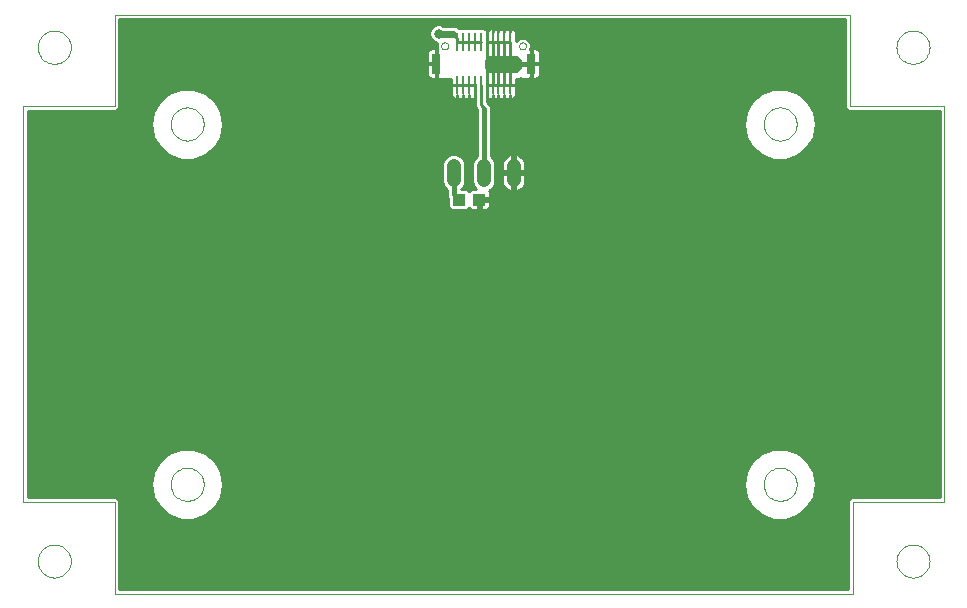
<source format=gbl>
G75*
G70*
%OFA0B0*%
%FSLAX24Y24*%
%IPPOS*%
%LPD*%
%AMOC8*
5,1,8,0,0,1.08239X$1,22.5*
%
%ADD10C,0.0000*%
%ADD11R,0.0433X0.0394*%
%ADD12C,0.0480*%
%ADD13R,0.0098X0.0630*%
%ADD14R,0.0315X0.0709*%
%ADD15C,0.0100*%
%ADD16C,0.0317*%
%ADD17C,0.0160*%
%ADD18C,0.0240*%
D10*
X000780Y001331D02*
X000782Y001378D01*
X000788Y001424D01*
X000798Y001470D01*
X000811Y001515D01*
X000829Y001558D01*
X000850Y001600D01*
X000874Y001640D01*
X000902Y001677D01*
X000933Y001712D01*
X000967Y001745D01*
X001003Y001774D01*
X001042Y001800D01*
X001083Y001823D01*
X001126Y001842D01*
X001170Y001858D01*
X001215Y001870D01*
X001261Y001878D01*
X001308Y001882D01*
X001354Y001882D01*
X001401Y001878D01*
X001447Y001870D01*
X001492Y001858D01*
X001536Y001842D01*
X001579Y001823D01*
X001620Y001800D01*
X001659Y001774D01*
X001695Y001745D01*
X001729Y001712D01*
X001760Y001677D01*
X001788Y001640D01*
X001812Y001600D01*
X001833Y001558D01*
X001851Y001515D01*
X001864Y001470D01*
X001874Y001424D01*
X001880Y001378D01*
X001882Y001331D01*
X001880Y001284D01*
X001874Y001238D01*
X001864Y001192D01*
X001851Y001147D01*
X001833Y001104D01*
X001812Y001062D01*
X001788Y001022D01*
X001760Y000985D01*
X001729Y000950D01*
X001695Y000917D01*
X001659Y000888D01*
X001620Y000862D01*
X001579Y000839D01*
X001536Y000820D01*
X001492Y000804D01*
X001447Y000792D01*
X001401Y000784D01*
X001354Y000780D01*
X001308Y000780D01*
X001261Y000784D01*
X001215Y000792D01*
X001170Y000804D01*
X001126Y000820D01*
X001083Y000839D01*
X001042Y000862D01*
X001003Y000888D01*
X000967Y000917D01*
X000933Y000950D01*
X000902Y000985D01*
X000874Y001022D01*
X000850Y001062D01*
X000829Y001104D01*
X000811Y001147D01*
X000798Y001192D01*
X000788Y001238D01*
X000782Y001284D01*
X000780Y001331D01*
X003339Y000248D02*
X003339Y003300D01*
X000288Y003300D01*
X000288Y016489D01*
X003339Y016489D01*
X003339Y019540D01*
X027847Y019540D01*
X027847Y016489D01*
X030996Y016489D01*
X030996Y003300D01*
X027945Y003300D01*
X027945Y000248D01*
X003339Y000248D01*
X005209Y003890D02*
X005211Y003937D01*
X005217Y003983D01*
X005227Y004029D01*
X005240Y004074D01*
X005258Y004117D01*
X005279Y004159D01*
X005303Y004199D01*
X005331Y004236D01*
X005362Y004271D01*
X005396Y004304D01*
X005432Y004333D01*
X005471Y004359D01*
X005512Y004382D01*
X005555Y004401D01*
X005599Y004417D01*
X005644Y004429D01*
X005690Y004437D01*
X005737Y004441D01*
X005783Y004441D01*
X005830Y004437D01*
X005876Y004429D01*
X005921Y004417D01*
X005965Y004401D01*
X006008Y004382D01*
X006049Y004359D01*
X006088Y004333D01*
X006124Y004304D01*
X006158Y004271D01*
X006189Y004236D01*
X006217Y004199D01*
X006241Y004159D01*
X006262Y004117D01*
X006280Y004074D01*
X006293Y004029D01*
X006303Y003983D01*
X006309Y003937D01*
X006311Y003890D01*
X006309Y003843D01*
X006303Y003797D01*
X006293Y003751D01*
X006280Y003706D01*
X006262Y003663D01*
X006241Y003621D01*
X006217Y003581D01*
X006189Y003544D01*
X006158Y003509D01*
X006124Y003476D01*
X006088Y003447D01*
X006049Y003421D01*
X006008Y003398D01*
X005965Y003379D01*
X005921Y003363D01*
X005876Y003351D01*
X005830Y003343D01*
X005783Y003339D01*
X005737Y003339D01*
X005690Y003343D01*
X005644Y003351D01*
X005599Y003363D01*
X005555Y003379D01*
X005512Y003398D01*
X005471Y003421D01*
X005432Y003447D01*
X005396Y003476D01*
X005362Y003509D01*
X005331Y003544D01*
X005303Y003581D01*
X005279Y003621D01*
X005258Y003663D01*
X005240Y003706D01*
X005227Y003751D01*
X005217Y003797D01*
X005211Y003843D01*
X005209Y003890D01*
X005209Y015898D02*
X005211Y015945D01*
X005217Y015991D01*
X005227Y016037D01*
X005240Y016082D01*
X005258Y016125D01*
X005279Y016167D01*
X005303Y016207D01*
X005331Y016244D01*
X005362Y016279D01*
X005396Y016312D01*
X005432Y016341D01*
X005471Y016367D01*
X005512Y016390D01*
X005555Y016409D01*
X005599Y016425D01*
X005644Y016437D01*
X005690Y016445D01*
X005737Y016449D01*
X005783Y016449D01*
X005830Y016445D01*
X005876Y016437D01*
X005921Y016425D01*
X005965Y016409D01*
X006008Y016390D01*
X006049Y016367D01*
X006088Y016341D01*
X006124Y016312D01*
X006158Y016279D01*
X006189Y016244D01*
X006217Y016207D01*
X006241Y016167D01*
X006262Y016125D01*
X006280Y016082D01*
X006293Y016037D01*
X006303Y015991D01*
X006309Y015945D01*
X006311Y015898D01*
X006309Y015851D01*
X006303Y015805D01*
X006293Y015759D01*
X006280Y015714D01*
X006262Y015671D01*
X006241Y015629D01*
X006217Y015589D01*
X006189Y015552D01*
X006158Y015517D01*
X006124Y015484D01*
X006088Y015455D01*
X006049Y015429D01*
X006008Y015406D01*
X005965Y015387D01*
X005921Y015371D01*
X005876Y015359D01*
X005830Y015351D01*
X005783Y015347D01*
X005737Y015347D01*
X005690Y015351D01*
X005644Y015359D01*
X005599Y015371D01*
X005555Y015387D01*
X005512Y015406D01*
X005471Y015429D01*
X005432Y015455D01*
X005396Y015484D01*
X005362Y015517D01*
X005331Y015552D01*
X005303Y015589D01*
X005279Y015629D01*
X005258Y015671D01*
X005240Y015714D01*
X005227Y015759D01*
X005217Y015805D01*
X005211Y015851D01*
X005209Y015898D01*
X000780Y018457D02*
X000782Y018504D01*
X000788Y018550D01*
X000798Y018596D01*
X000811Y018641D01*
X000829Y018684D01*
X000850Y018726D01*
X000874Y018766D01*
X000902Y018803D01*
X000933Y018838D01*
X000967Y018871D01*
X001003Y018900D01*
X001042Y018926D01*
X001083Y018949D01*
X001126Y018968D01*
X001170Y018984D01*
X001215Y018996D01*
X001261Y019004D01*
X001308Y019008D01*
X001354Y019008D01*
X001401Y019004D01*
X001447Y018996D01*
X001492Y018984D01*
X001536Y018968D01*
X001579Y018949D01*
X001620Y018926D01*
X001659Y018900D01*
X001695Y018871D01*
X001729Y018838D01*
X001760Y018803D01*
X001788Y018766D01*
X001812Y018726D01*
X001833Y018684D01*
X001851Y018641D01*
X001864Y018596D01*
X001874Y018550D01*
X001880Y018504D01*
X001882Y018457D01*
X001880Y018410D01*
X001874Y018364D01*
X001864Y018318D01*
X001851Y018273D01*
X001833Y018230D01*
X001812Y018188D01*
X001788Y018148D01*
X001760Y018111D01*
X001729Y018076D01*
X001695Y018043D01*
X001659Y018014D01*
X001620Y017988D01*
X001579Y017965D01*
X001536Y017946D01*
X001492Y017930D01*
X001447Y017918D01*
X001401Y017910D01*
X001354Y017906D01*
X001308Y017906D01*
X001261Y017910D01*
X001215Y017918D01*
X001170Y017930D01*
X001126Y017946D01*
X001083Y017965D01*
X001042Y017988D01*
X001003Y018014D01*
X000967Y018043D01*
X000933Y018076D01*
X000902Y018111D01*
X000874Y018148D01*
X000850Y018188D01*
X000829Y018230D01*
X000811Y018273D01*
X000798Y018318D01*
X000788Y018364D01*
X000782Y018410D01*
X000780Y018457D01*
X014225Y018502D02*
X014227Y018523D01*
X014233Y018543D01*
X014242Y018563D01*
X014254Y018580D01*
X014269Y018594D01*
X014287Y018606D01*
X014307Y018614D01*
X014327Y018619D01*
X014348Y018620D01*
X014369Y018617D01*
X014389Y018611D01*
X014408Y018600D01*
X014425Y018587D01*
X014438Y018571D01*
X014449Y018553D01*
X014457Y018533D01*
X014461Y018513D01*
X014461Y018491D01*
X014457Y018471D01*
X014449Y018451D01*
X014438Y018433D01*
X014425Y018417D01*
X014408Y018404D01*
X014389Y018393D01*
X014369Y018387D01*
X014348Y018384D01*
X014327Y018385D01*
X014307Y018390D01*
X014287Y018398D01*
X014269Y018410D01*
X014254Y018424D01*
X014242Y018441D01*
X014233Y018461D01*
X014227Y018481D01*
X014225Y018502D01*
X016823Y018502D02*
X016825Y018523D01*
X016831Y018543D01*
X016840Y018563D01*
X016852Y018580D01*
X016867Y018594D01*
X016885Y018606D01*
X016905Y018614D01*
X016925Y018619D01*
X016946Y018620D01*
X016967Y018617D01*
X016987Y018611D01*
X017006Y018600D01*
X017023Y018587D01*
X017036Y018571D01*
X017047Y018553D01*
X017055Y018533D01*
X017059Y018513D01*
X017059Y018491D01*
X017055Y018471D01*
X017047Y018451D01*
X017036Y018433D01*
X017023Y018417D01*
X017006Y018404D01*
X016987Y018393D01*
X016967Y018387D01*
X016946Y018384D01*
X016925Y018385D01*
X016905Y018390D01*
X016885Y018398D01*
X016867Y018410D01*
X016852Y018424D01*
X016840Y018441D01*
X016831Y018461D01*
X016825Y018481D01*
X016823Y018502D01*
X024973Y015898D02*
X024975Y015945D01*
X024981Y015991D01*
X024991Y016037D01*
X025004Y016082D01*
X025022Y016125D01*
X025043Y016167D01*
X025067Y016207D01*
X025095Y016244D01*
X025126Y016279D01*
X025160Y016312D01*
X025196Y016341D01*
X025235Y016367D01*
X025276Y016390D01*
X025319Y016409D01*
X025363Y016425D01*
X025408Y016437D01*
X025454Y016445D01*
X025501Y016449D01*
X025547Y016449D01*
X025594Y016445D01*
X025640Y016437D01*
X025685Y016425D01*
X025729Y016409D01*
X025772Y016390D01*
X025813Y016367D01*
X025852Y016341D01*
X025888Y016312D01*
X025922Y016279D01*
X025953Y016244D01*
X025981Y016207D01*
X026005Y016167D01*
X026026Y016125D01*
X026044Y016082D01*
X026057Y016037D01*
X026067Y015991D01*
X026073Y015945D01*
X026075Y015898D01*
X026073Y015851D01*
X026067Y015805D01*
X026057Y015759D01*
X026044Y015714D01*
X026026Y015671D01*
X026005Y015629D01*
X025981Y015589D01*
X025953Y015552D01*
X025922Y015517D01*
X025888Y015484D01*
X025852Y015455D01*
X025813Y015429D01*
X025772Y015406D01*
X025729Y015387D01*
X025685Y015371D01*
X025640Y015359D01*
X025594Y015351D01*
X025547Y015347D01*
X025501Y015347D01*
X025454Y015351D01*
X025408Y015359D01*
X025363Y015371D01*
X025319Y015387D01*
X025276Y015406D01*
X025235Y015429D01*
X025196Y015455D01*
X025160Y015484D01*
X025126Y015517D01*
X025095Y015552D01*
X025067Y015589D01*
X025043Y015629D01*
X025022Y015671D01*
X025004Y015714D01*
X024991Y015759D01*
X024981Y015805D01*
X024975Y015851D01*
X024973Y015898D01*
X029402Y018457D02*
X029404Y018504D01*
X029410Y018550D01*
X029420Y018596D01*
X029433Y018641D01*
X029451Y018684D01*
X029472Y018726D01*
X029496Y018766D01*
X029524Y018803D01*
X029555Y018838D01*
X029589Y018871D01*
X029625Y018900D01*
X029664Y018926D01*
X029705Y018949D01*
X029748Y018968D01*
X029792Y018984D01*
X029837Y018996D01*
X029883Y019004D01*
X029930Y019008D01*
X029976Y019008D01*
X030023Y019004D01*
X030069Y018996D01*
X030114Y018984D01*
X030158Y018968D01*
X030201Y018949D01*
X030242Y018926D01*
X030281Y018900D01*
X030317Y018871D01*
X030351Y018838D01*
X030382Y018803D01*
X030410Y018766D01*
X030434Y018726D01*
X030455Y018684D01*
X030473Y018641D01*
X030486Y018596D01*
X030496Y018550D01*
X030502Y018504D01*
X030504Y018457D01*
X030502Y018410D01*
X030496Y018364D01*
X030486Y018318D01*
X030473Y018273D01*
X030455Y018230D01*
X030434Y018188D01*
X030410Y018148D01*
X030382Y018111D01*
X030351Y018076D01*
X030317Y018043D01*
X030281Y018014D01*
X030242Y017988D01*
X030201Y017965D01*
X030158Y017946D01*
X030114Y017930D01*
X030069Y017918D01*
X030023Y017910D01*
X029976Y017906D01*
X029930Y017906D01*
X029883Y017910D01*
X029837Y017918D01*
X029792Y017930D01*
X029748Y017946D01*
X029705Y017965D01*
X029664Y017988D01*
X029625Y018014D01*
X029589Y018043D01*
X029555Y018076D01*
X029524Y018111D01*
X029496Y018148D01*
X029472Y018188D01*
X029451Y018230D01*
X029433Y018273D01*
X029420Y018318D01*
X029410Y018364D01*
X029404Y018410D01*
X029402Y018457D01*
X024973Y003890D02*
X024975Y003937D01*
X024981Y003983D01*
X024991Y004029D01*
X025004Y004074D01*
X025022Y004117D01*
X025043Y004159D01*
X025067Y004199D01*
X025095Y004236D01*
X025126Y004271D01*
X025160Y004304D01*
X025196Y004333D01*
X025235Y004359D01*
X025276Y004382D01*
X025319Y004401D01*
X025363Y004417D01*
X025408Y004429D01*
X025454Y004437D01*
X025501Y004441D01*
X025547Y004441D01*
X025594Y004437D01*
X025640Y004429D01*
X025685Y004417D01*
X025729Y004401D01*
X025772Y004382D01*
X025813Y004359D01*
X025852Y004333D01*
X025888Y004304D01*
X025922Y004271D01*
X025953Y004236D01*
X025981Y004199D01*
X026005Y004159D01*
X026026Y004117D01*
X026044Y004074D01*
X026057Y004029D01*
X026067Y003983D01*
X026073Y003937D01*
X026075Y003890D01*
X026073Y003843D01*
X026067Y003797D01*
X026057Y003751D01*
X026044Y003706D01*
X026026Y003663D01*
X026005Y003621D01*
X025981Y003581D01*
X025953Y003544D01*
X025922Y003509D01*
X025888Y003476D01*
X025852Y003447D01*
X025813Y003421D01*
X025772Y003398D01*
X025729Y003379D01*
X025685Y003363D01*
X025640Y003351D01*
X025594Y003343D01*
X025547Y003339D01*
X025501Y003339D01*
X025454Y003343D01*
X025408Y003351D01*
X025363Y003363D01*
X025319Y003379D01*
X025276Y003398D01*
X025235Y003421D01*
X025196Y003447D01*
X025160Y003476D01*
X025126Y003509D01*
X025095Y003544D01*
X025067Y003581D01*
X025043Y003621D01*
X025022Y003663D01*
X025004Y003706D01*
X024991Y003751D01*
X024981Y003797D01*
X024975Y003843D01*
X024973Y003890D01*
X029402Y001331D02*
X029404Y001378D01*
X029410Y001424D01*
X029420Y001470D01*
X029433Y001515D01*
X029451Y001558D01*
X029472Y001600D01*
X029496Y001640D01*
X029524Y001677D01*
X029555Y001712D01*
X029589Y001745D01*
X029625Y001774D01*
X029664Y001800D01*
X029705Y001823D01*
X029748Y001842D01*
X029792Y001858D01*
X029837Y001870D01*
X029883Y001878D01*
X029930Y001882D01*
X029976Y001882D01*
X030023Y001878D01*
X030069Y001870D01*
X030114Y001858D01*
X030158Y001842D01*
X030201Y001823D01*
X030242Y001800D01*
X030281Y001774D01*
X030317Y001745D01*
X030351Y001712D01*
X030382Y001677D01*
X030410Y001640D01*
X030434Y001600D01*
X030455Y001558D01*
X030473Y001515D01*
X030486Y001470D01*
X030496Y001424D01*
X030502Y001378D01*
X030504Y001331D01*
X030502Y001284D01*
X030496Y001238D01*
X030486Y001192D01*
X030473Y001147D01*
X030455Y001104D01*
X030434Y001062D01*
X030410Y001022D01*
X030382Y000985D01*
X030351Y000950D01*
X030317Y000917D01*
X030281Y000888D01*
X030242Y000862D01*
X030201Y000839D01*
X030158Y000820D01*
X030114Y000804D01*
X030069Y000792D01*
X030023Y000784D01*
X029976Y000780D01*
X029930Y000780D01*
X029883Y000784D01*
X029837Y000792D01*
X029792Y000804D01*
X029748Y000820D01*
X029705Y000839D01*
X029664Y000862D01*
X029625Y000888D01*
X029589Y000917D01*
X029555Y000950D01*
X029524Y000985D01*
X029496Y001022D01*
X029472Y001062D01*
X029451Y001104D01*
X029433Y001147D01*
X029420Y001192D01*
X029410Y001238D01*
X029404Y001284D01*
X029402Y001331D01*
D11*
X015493Y013382D03*
X014823Y013382D03*
D12*
X014642Y014029D02*
X014642Y014509D01*
X015642Y014509D02*
X015642Y014029D01*
X016642Y014029D02*
X016642Y014509D01*
D13*
X016528Y017203D03*
X016331Y017203D03*
X016134Y017203D03*
X015937Y017203D03*
X015741Y017203D03*
X015544Y017203D03*
X015347Y017203D03*
X015150Y017203D03*
X014953Y017203D03*
X014756Y017203D03*
X014756Y018620D03*
X014953Y018620D03*
X015150Y018620D03*
X015347Y018620D03*
X015544Y018620D03*
X015741Y018620D03*
X015937Y018620D03*
X016134Y018620D03*
X016331Y018620D03*
X016528Y018620D03*
D14*
X017217Y017912D03*
X014067Y017912D03*
D15*
X014075Y017941D02*
X014039Y017941D01*
X014039Y018416D01*
X013890Y018416D01*
X013852Y018406D01*
X013818Y018386D01*
X013790Y018358D01*
X013770Y018324D01*
X013760Y018286D01*
X013760Y017941D01*
X014039Y017941D01*
X014039Y017883D01*
X014075Y017883D01*
X014075Y017495D01*
X014096Y017474D01*
X014096Y017407D01*
X014238Y017407D01*
X014557Y017407D01*
X014557Y017203D01*
X014557Y016868D01*
X014567Y016830D01*
X014587Y016796D01*
X014615Y016768D01*
X014649Y016748D01*
X014687Y016738D01*
X014756Y016738D01*
X014756Y016860D01*
X014756Y016860D01*
X014756Y016738D01*
X014825Y016738D01*
X014855Y016746D01*
X014884Y016738D01*
X014953Y016738D01*
X014953Y016860D01*
X014953Y016860D01*
X014953Y016860D01*
X014953Y016738D01*
X015022Y016738D01*
X015052Y016746D01*
X015081Y016738D01*
X015150Y016738D01*
X015219Y016738D01*
X015248Y016746D01*
X015278Y016738D01*
X015344Y016738D01*
X015344Y016451D01*
X015412Y016383D01*
X015412Y014831D01*
X015311Y014730D01*
X015252Y014587D01*
X015252Y013952D01*
X015311Y013808D01*
X015391Y013729D01*
X015256Y013729D01*
X015218Y013719D01*
X015184Y013699D01*
X015158Y013673D01*
X015102Y013729D01*
X014894Y013729D01*
X014973Y013808D01*
X015032Y013952D01*
X015032Y014587D01*
X014973Y014730D01*
X014863Y014840D01*
X014720Y014899D01*
X014565Y014899D01*
X014421Y014840D01*
X014311Y014730D01*
X014252Y014587D01*
X014252Y013952D01*
X014311Y013808D01*
X014412Y013708D01*
X014412Y013653D01*
X014411Y013652D01*
X014412Y013558D01*
X014412Y013464D01*
X014413Y013463D01*
X014413Y013462D01*
X014457Y013419D01*
X014457Y013123D01*
X014545Y013035D01*
X015102Y013035D01*
X015158Y013091D01*
X015184Y013065D01*
X015218Y013046D01*
X015256Y013035D01*
X015444Y013035D01*
X015444Y013334D01*
X015541Y013334D01*
X015541Y013431D01*
X015859Y013431D01*
X015859Y013599D01*
X015849Y013637D01*
X015829Y013671D01*
X015820Y013681D01*
X015863Y013698D01*
X015973Y013808D01*
X016032Y013952D01*
X016032Y014587D01*
X015973Y014730D01*
X015872Y014831D01*
X015872Y016508D01*
X015744Y016636D01*
X015744Y016738D01*
X015810Y016738D01*
X015839Y016746D01*
X015868Y016738D01*
X015937Y016738D01*
X015937Y016860D01*
X015937Y016860D01*
X015937Y016860D01*
X015937Y016738D01*
X016006Y016738D01*
X016036Y016746D01*
X016065Y016738D01*
X016134Y016738D01*
X016134Y016860D01*
X016134Y016860D01*
X016134Y016860D01*
X016134Y016738D01*
X016203Y016738D01*
X016233Y016746D01*
X016262Y016738D01*
X016331Y016738D01*
X016331Y016860D01*
X016331Y016860D01*
X016331Y016860D01*
X016331Y016738D01*
X016400Y016738D01*
X016430Y016746D01*
X016459Y016738D01*
X016528Y016738D01*
X016597Y016738D01*
X016635Y016748D01*
X016669Y016768D01*
X016697Y016796D01*
X016717Y016830D01*
X016727Y016868D01*
X016727Y017203D01*
X016528Y017203D01*
X016528Y017203D01*
X016331Y017203D01*
X016134Y017203D01*
X015937Y017203D01*
X015744Y017203D01*
X015744Y017203D01*
X015937Y017203D01*
X015937Y017203D01*
X015937Y017203D01*
X015940Y017203D01*
X016134Y017203D01*
X016134Y017203D01*
X016134Y017203D01*
X016137Y017203D01*
X016329Y017203D01*
X016331Y017203D01*
X016331Y017203D01*
X016331Y017203D01*
X016528Y017203D01*
X016528Y017203D01*
X016727Y017203D01*
X016727Y017407D01*
X017188Y017407D01*
X017188Y017474D01*
X017209Y017495D01*
X017209Y017883D01*
X017246Y017883D01*
X017246Y017941D01*
X017209Y017941D01*
X017209Y018328D01*
X017188Y018350D01*
X017188Y018398D01*
X017209Y018449D01*
X017209Y018556D01*
X017169Y018654D01*
X017093Y018730D01*
X016995Y018770D01*
X016888Y018770D01*
X016789Y018730D01*
X016727Y018667D01*
X016727Y018955D01*
X016717Y018993D01*
X016697Y019028D01*
X016669Y019055D01*
X016635Y019075D01*
X016597Y019085D01*
X016528Y019085D01*
X016528Y018964D01*
X016528Y018964D01*
X016528Y019085D01*
X016459Y019085D01*
X016430Y019078D01*
X016400Y019085D01*
X016331Y019085D01*
X016262Y019085D01*
X016233Y019078D01*
X016203Y019085D01*
X016134Y019085D01*
X016065Y019085D01*
X016036Y019078D01*
X016006Y019085D01*
X015937Y019085D01*
X015868Y019085D01*
X015839Y019078D01*
X015810Y019085D01*
X015741Y019085D01*
X015741Y019000D01*
X015741Y019000D01*
X015741Y019085D01*
X015672Y019085D01*
X015659Y019082D01*
X015655Y019085D01*
X014833Y019085D01*
X014777Y019141D01*
X014678Y019182D01*
X014296Y019182D01*
X014203Y019220D01*
X014081Y019220D01*
X013967Y019173D01*
X013881Y019087D01*
X013834Y018973D01*
X013834Y018850D01*
X013881Y018737D01*
X013967Y018650D01*
X014081Y018603D01*
X014095Y018603D01*
X014075Y018556D01*
X014075Y018449D01*
X014096Y018398D01*
X014096Y018350D01*
X014075Y018328D01*
X014075Y017941D01*
X014075Y017971D02*
X014039Y017971D01*
X014039Y017883D02*
X013760Y017883D01*
X013760Y017538D01*
X013770Y017500D01*
X013790Y017465D01*
X013818Y017437D01*
X013852Y017418D01*
X013890Y017407D01*
X014039Y017407D01*
X014039Y017883D01*
X014039Y017873D02*
X014075Y017873D01*
X014075Y017774D02*
X014039Y017774D01*
X014039Y017676D02*
X014075Y017676D01*
X014075Y017577D02*
X014039Y017577D01*
X014039Y017479D02*
X014092Y017479D01*
X013782Y017479D02*
X003489Y017479D01*
X003489Y017577D02*
X013760Y017577D01*
X013760Y017676D02*
X003489Y017676D01*
X003489Y017774D02*
X013760Y017774D01*
X013760Y017873D02*
X003489Y017873D01*
X003489Y017971D02*
X013760Y017971D01*
X013760Y018070D02*
X003489Y018070D01*
X003489Y018168D02*
X013760Y018168D01*
X013760Y018267D02*
X003489Y018267D01*
X003489Y018365D02*
X013797Y018365D01*
X014039Y018365D02*
X014096Y018365D01*
X014075Y018267D02*
X014039Y018267D01*
X014039Y018168D02*
X014075Y018168D01*
X014075Y018070D02*
X014039Y018070D01*
X014075Y018464D02*
X003489Y018464D01*
X003489Y018562D02*
X014077Y018562D01*
X013957Y018661D02*
X003489Y018661D01*
X003489Y018759D02*
X013872Y018759D01*
X013834Y018858D02*
X003489Y018858D01*
X003489Y018956D02*
X013834Y018956D01*
X013867Y019055D02*
X003489Y019055D01*
X003489Y019153D02*
X013947Y019153D01*
X014624Y018912D02*
X014756Y018780D01*
X014756Y018620D01*
X014756Y018619D02*
X015544Y018619D01*
X015744Y018620D02*
X015935Y018620D01*
X015937Y018620D01*
X015744Y018620D01*
X015744Y018620D01*
X015937Y018620D02*
X015937Y018620D01*
X016132Y018620D01*
X016134Y018620D01*
X016134Y018620D01*
X015937Y018620D01*
X015937Y018620D01*
X015937Y018619D02*
X015937Y017241D01*
X016134Y017241D02*
X016134Y018619D01*
X016134Y018620D02*
X016329Y018620D01*
X016331Y018620D01*
X016331Y018620D01*
X016528Y018620D01*
X016528Y018620D01*
X016331Y018620D01*
X016331Y018620D01*
X016134Y018620D01*
X016134Y018620D01*
X016331Y018619D02*
X016331Y017241D01*
X016528Y017241D02*
X016528Y018619D01*
X016727Y018759D02*
X016861Y018759D01*
X017022Y018759D02*
X027697Y018759D01*
X027697Y018661D02*
X017162Y018661D01*
X017207Y018562D02*
X027697Y018562D01*
X027697Y018464D02*
X017209Y018464D01*
X017246Y018416D02*
X017246Y017941D01*
X017524Y017941D01*
X017524Y018286D01*
X017514Y018324D01*
X017494Y018358D01*
X017467Y018386D01*
X017432Y018406D01*
X017394Y018416D01*
X017246Y018416D01*
X017246Y018365D02*
X017188Y018365D01*
X017209Y018267D02*
X017246Y018267D01*
X017246Y018168D02*
X017209Y018168D01*
X017209Y018070D02*
X017246Y018070D01*
X017246Y017971D02*
X017209Y017971D01*
X017246Y017883D02*
X017524Y017883D01*
X017524Y017538D01*
X017514Y017500D01*
X017494Y017465D01*
X017467Y017437D01*
X017432Y017418D01*
X017394Y017407D01*
X017246Y017407D01*
X017246Y017883D01*
X017246Y017873D02*
X017209Y017873D01*
X017209Y017774D02*
X017246Y017774D01*
X017246Y017676D02*
X017209Y017676D01*
X017209Y017577D02*
X017246Y017577D01*
X017246Y017479D02*
X017193Y017479D01*
X017502Y017479D02*
X027697Y017479D01*
X027697Y017577D02*
X017524Y017577D01*
X017524Y017676D02*
X027697Y017676D01*
X027697Y017774D02*
X017524Y017774D01*
X017524Y017873D02*
X027697Y017873D01*
X027697Y017971D02*
X017524Y017971D01*
X017524Y018070D02*
X027697Y018070D01*
X027697Y018168D02*
X017524Y018168D01*
X017524Y018267D02*
X027697Y018267D01*
X027697Y018365D02*
X017488Y018365D01*
X016727Y018858D02*
X027697Y018858D01*
X027697Y018956D02*
X016727Y018956D01*
X016670Y019055D02*
X027697Y019055D01*
X027697Y019153D02*
X014747Y019153D01*
X015741Y019055D02*
X015741Y019055D01*
X015741Y019012D02*
X015741Y018028D01*
X015839Y018109D01*
X015741Y017831D02*
X015839Y017715D01*
X015741Y017831D02*
X015741Y016650D01*
X015744Y016691D02*
X024626Y016691D01*
X024591Y016662D02*
X024591Y016662D01*
X024910Y016929D01*
X024910Y016929D01*
X025302Y017072D01*
X025719Y017072D01*
X026110Y016929D01*
X026110Y016929D01*
X026429Y016662D01*
X026429Y016662D01*
X026429Y016662D01*
X026638Y016301D01*
X026638Y016301D01*
X026710Y015890D01*
X026710Y015890D01*
X026638Y015480D01*
X026429Y015119D01*
X026429Y015119D01*
X026110Y014851D01*
X026110Y014851D01*
X025719Y014708D01*
X025302Y014708D01*
X024910Y014851D01*
X024910Y014851D01*
X024591Y015119D01*
X024591Y015119D01*
X024383Y015480D01*
X024383Y015480D01*
X024310Y015890D01*
X024310Y015890D01*
X024383Y016301D01*
X024383Y016301D01*
X024591Y016662D01*
X024551Y016592D02*
X015788Y016592D01*
X015872Y016494D02*
X024494Y016494D01*
X024437Y016395D02*
X015872Y016395D01*
X015872Y016297D02*
X024382Y016297D01*
X024365Y016198D02*
X015872Y016198D01*
X015872Y016100D02*
X024347Y016100D01*
X024330Y016001D02*
X015872Y016001D01*
X015872Y015903D02*
X024312Y015903D01*
X024325Y015804D02*
X015872Y015804D01*
X015872Y015706D02*
X024343Y015706D01*
X024360Y015607D02*
X015872Y015607D01*
X015872Y015509D02*
X024378Y015509D01*
X024423Y015410D02*
X015872Y015410D01*
X015872Y015312D02*
X024480Y015312D01*
X024537Y015213D02*
X015872Y015213D01*
X015872Y015115D02*
X024596Y015115D01*
X024591Y015119D02*
X024591Y015119D01*
X024713Y015016D02*
X015872Y015016D01*
X015872Y014918D02*
X024831Y014918D01*
X024998Y014819D02*
X016880Y014819D01*
X016891Y014812D02*
X016827Y014855D01*
X016756Y014884D01*
X016692Y014897D01*
X016692Y014319D01*
X016592Y014319D01*
X016592Y014219D01*
X016252Y014219D01*
X016252Y013991D01*
X016267Y013915D01*
X016297Y013844D01*
X016339Y013780D01*
X016394Y013726D01*
X016457Y013683D01*
X016528Y013654D01*
X016592Y013641D01*
X016592Y014219D01*
X016692Y014219D01*
X016692Y013641D01*
X016756Y013654D01*
X016827Y013683D01*
X016891Y013726D01*
X016945Y013780D01*
X016988Y013844D01*
X017017Y013915D01*
X017032Y013991D01*
X017032Y014219D01*
X016692Y014219D01*
X016692Y014319D01*
X017032Y014319D01*
X017032Y014548D01*
X017017Y014623D01*
X016988Y014694D01*
X016945Y014758D01*
X016891Y014812D01*
X016970Y014721D02*
X025268Y014721D01*
X025752Y014721D02*
X030846Y014721D01*
X030846Y014819D02*
X026023Y014819D01*
X026190Y014918D02*
X030846Y014918D01*
X030846Y015016D02*
X026307Y015016D01*
X026424Y015115D02*
X030846Y015115D01*
X030846Y015213D02*
X026484Y015213D01*
X026541Y015312D02*
X030846Y015312D01*
X030846Y015410D02*
X026598Y015410D01*
X026643Y015509D02*
X030846Y015509D01*
X030846Y015607D02*
X026660Y015607D01*
X026678Y015706D02*
X030846Y015706D01*
X030846Y015804D02*
X026695Y015804D01*
X026708Y015903D02*
X030846Y015903D01*
X030846Y016001D02*
X026691Y016001D01*
X026673Y016100D02*
X030846Y016100D01*
X030846Y016198D02*
X026656Y016198D01*
X026639Y016297D02*
X030846Y016297D01*
X030846Y016339D02*
X027909Y016339D01*
X027785Y016339D01*
X027697Y016426D01*
X027697Y019390D01*
X003489Y019390D01*
X003489Y016426D01*
X003401Y016339D01*
X000438Y016339D01*
X000438Y003450D01*
X003401Y003450D01*
X003489Y003362D01*
X003489Y000398D01*
X027795Y000398D01*
X027795Y003362D01*
X027883Y003450D01*
X030846Y003450D01*
X030846Y016339D01*
X030846Y014622D02*
X017017Y014622D01*
X017032Y014524D02*
X030846Y014524D01*
X030846Y014425D02*
X017032Y014425D01*
X017032Y014327D02*
X030846Y014327D01*
X030846Y014228D02*
X016692Y014228D01*
X016692Y014130D02*
X016592Y014130D01*
X016592Y014228D02*
X016032Y014228D01*
X016032Y014130D02*
X016252Y014130D01*
X016252Y014031D02*
X016032Y014031D01*
X016024Y013933D02*
X016264Y013933D01*
X016303Y013834D02*
X015983Y013834D01*
X015900Y013736D02*
X016384Y013736D01*
X016592Y013736D02*
X016692Y013736D01*
X016692Y013834D02*
X016592Y013834D01*
X016592Y013933D02*
X016692Y013933D01*
X016692Y014031D02*
X016592Y014031D01*
X016900Y013736D02*
X030846Y013736D01*
X030846Y013834D02*
X016981Y013834D01*
X017021Y013933D02*
X030846Y013933D01*
X030846Y014031D02*
X017032Y014031D01*
X017032Y014130D02*
X030846Y014130D01*
X030846Y013637D02*
X015849Y013637D01*
X015859Y013539D02*
X030846Y013539D01*
X030846Y013440D02*
X015859Y013440D01*
X015859Y013334D02*
X015541Y013334D01*
X015541Y013035D01*
X015729Y013035D01*
X015767Y013046D01*
X015801Y013065D01*
X015829Y013093D01*
X015849Y013128D01*
X015859Y013166D01*
X015859Y013334D01*
X015859Y013243D02*
X030846Y013243D01*
X030846Y013145D02*
X015853Y013145D01*
X015768Y013046D02*
X030846Y013046D01*
X030846Y012948D02*
X000438Y012948D01*
X000438Y013046D02*
X014534Y013046D01*
X014457Y013145D02*
X000438Y013145D01*
X000438Y013243D02*
X014457Y013243D01*
X014457Y013342D02*
X000438Y013342D01*
X000438Y013440D02*
X014435Y013440D01*
X014412Y013539D02*
X000438Y013539D01*
X000438Y013637D02*
X014411Y013637D01*
X014384Y013736D02*
X000438Y013736D01*
X000438Y013834D02*
X014301Y013834D01*
X014260Y013933D02*
X000438Y013933D01*
X000438Y014031D02*
X014252Y014031D01*
X014252Y014130D02*
X000438Y014130D01*
X000438Y014228D02*
X014252Y014228D01*
X014252Y014327D02*
X000438Y014327D01*
X000438Y014425D02*
X014252Y014425D01*
X014252Y014524D02*
X000438Y014524D01*
X000438Y014622D02*
X014267Y014622D01*
X014308Y014721D02*
X006002Y014721D01*
X005969Y014708D02*
X006360Y014851D01*
X006360Y014851D01*
X006679Y015119D01*
X006888Y015480D01*
X006960Y015890D01*
X006888Y016301D01*
X006679Y016662D01*
X006360Y016929D01*
X005969Y017072D01*
X005552Y017072D01*
X005160Y016929D01*
X004841Y016662D01*
X004841Y016662D01*
X004633Y016301D01*
X004633Y016301D01*
X004560Y015890D01*
X004633Y015480D01*
X004633Y015480D01*
X004841Y015119D01*
X004841Y015119D01*
X005160Y014851D01*
X005160Y014851D01*
X005552Y014708D01*
X005969Y014708D01*
X006273Y014819D02*
X014401Y014819D01*
X014884Y014819D02*
X015401Y014819D01*
X015412Y014918D02*
X006440Y014918D01*
X006557Y015016D02*
X015412Y015016D01*
X015412Y015115D02*
X006674Y015115D01*
X006679Y015119D02*
X006679Y015119D01*
X006734Y015213D02*
X015412Y015213D01*
X015412Y015312D02*
X006791Y015312D01*
X006848Y015410D02*
X015412Y015410D01*
X015412Y015509D02*
X006893Y015509D01*
X006888Y015480D02*
X006888Y015480D01*
X006910Y015607D02*
X015412Y015607D01*
X015412Y015706D02*
X006928Y015706D01*
X006945Y015804D02*
X015412Y015804D01*
X015412Y015903D02*
X006958Y015903D01*
X006960Y015890D02*
X006960Y015890D01*
X006941Y016001D02*
X015412Y016001D01*
X015412Y016100D02*
X006923Y016100D01*
X006906Y016198D02*
X015412Y016198D01*
X015412Y016297D02*
X006889Y016297D01*
X006833Y016395D02*
X015400Y016395D01*
X015344Y016494D02*
X006776Y016494D01*
X006720Y016592D02*
X015344Y016592D01*
X015347Y016650D02*
X015347Y017241D01*
X015344Y017203D02*
X015150Y017203D01*
X014953Y017203D01*
X014756Y017203D01*
X014557Y017203D01*
X014756Y017203D01*
X014756Y017203D01*
X014756Y017203D01*
X014953Y017203D01*
X014953Y017203D01*
X014953Y017203D01*
X015150Y017203D01*
X015150Y017203D01*
X015150Y017203D01*
X015152Y017203D01*
X015344Y017203D01*
X015344Y017203D01*
X015544Y017203D02*
X015544Y016534D01*
X015642Y016435D01*
X015344Y016691D02*
X006645Y016691D01*
X006679Y016662D02*
X006679Y016662D01*
X006679Y016662D01*
X006527Y016789D02*
X014594Y016789D01*
X014557Y016888D02*
X006410Y016888D01*
X006360Y016929D02*
X006360Y016929D01*
X006204Y016986D02*
X014557Y016986D01*
X014557Y017085D02*
X003489Y017085D01*
X003489Y017183D02*
X014557Y017183D01*
X014557Y017282D02*
X003489Y017282D01*
X003489Y017380D02*
X014557Y017380D01*
X015150Y016860D02*
X015150Y016860D01*
X015150Y016860D01*
X015150Y016738D01*
X015150Y016860D01*
X015150Y016789D02*
X015150Y016789D01*
X014953Y016789D02*
X014953Y016789D01*
X014756Y016789D02*
X014756Y016789D01*
X015937Y016789D02*
X015937Y016789D01*
X016134Y016789D02*
X016134Y016789D01*
X016331Y016789D02*
X016331Y016789D01*
X016528Y016789D02*
X016528Y016789D01*
X016528Y016738D02*
X016528Y016860D01*
X016528Y016860D01*
X016528Y016738D01*
X016690Y016789D02*
X024743Y016789D01*
X024860Y016888D02*
X016727Y016888D01*
X016727Y016986D02*
X025066Y016986D01*
X025954Y016986D02*
X027697Y016986D01*
X027697Y016888D02*
X026160Y016888D01*
X026277Y016789D02*
X027697Y016789D01*
X027697Y016691D02*
X026395Y016691D01*
X026470Y016592D02*
X027697Y016592D01*
X027697Y016494D02*
X026526Y016494D01*
X026583Y016395D02*
X027728Y016395D01*
X027697Y017085D02*
X016727Y017085D01*
X016727Y017183D02*
X027697Y017183D01*
X027697Y017282D02*
X016727Y017282D01*
X016727Y017380D02*
X027697Y017380D01*
X027697Y019252D02*
X003489Y019252D01*
X003489Y019350D02*
X027697Y019350D01*
X030846Y013342D02*
X015541Y013342D01*
X015541Y013243D02*
X015444Y013243D01*
X015444Y013145D02*
X015541Y013145D01*
X015541Y013046D02*
X015444Y013046D01*
X015217Y013046D02*
X015113Y013046D01*
X014900Y013736D02*
X015384Y013736D01*
X015301Y013834D02*
X014983Y013834D01*
X015024Y013933D02*
X015260Y013933D01*
X015252Y014031D02*
X015032Y014031D01*
X015032Y014130D02*
X015252Y014130D01*
X015252Y014228D02*
X015032Y014228D01*
X015032Y014327D02*
X015252Y014327D01*
X015252Y014425D02*
X015032Y014425D01*
X015032Y014524D02*
X015252Y014524D01*
X015267Y014622D02*
X015017Y014622D01*
X014977Y014721D02*
X015308Y014721D01*
X015884Y014819D02*
X016404Y014819D01*
X016394Y014812D02*
X016339Y014758D01*
X016297Y014694D01*
X016267Y014623D01*
X016252Y014548D01*
X016252Y014319D01*
X016592Y014319D01*
X016592Y014897D01*
X016528Y014884D01*
X016457Y014855D01*
X016394Y014812D01*
X016314Y014721D02*
X015977Y014721D01*
X016017Y014622D02*
X016267Y014622D01*
X016252Y014524D02*
X016032Y014524D01*
X016032Y014425D02*
X016252Y014425D01*
X016252Y014327D02*
X016032Y014327D01*
X016592Y014327D02*
X016692Y014327D01*
X016692Y014425D02*
X016592Y014425D01*
X016592Y014524D02*
X016692Y014524D01*
X016692Y014622D02*
X016592Y014622D01*
X016592Y014721D02*
X016692Y014721D01*
X016692Y014819D02*
X016592Y014819D01*
X016331Y018964D02*
X016331Y018964D01*
X016331Y019085D01*
X016331Y018964D01*
X016331Y018964D01*
X016331Y019055D02*
X016331Y019055D01*
X016134Y019055D02*
X016134Y019055D01*
X016134Y019085D02*
X016134Y018964D01*
X016134Y019085D01*
X016134Y018964D02*
X016134Y018964D01*
X016134Y018964D01*
X015937Y018964D02*
X015937Y019085D01*
X015937Y018964D01*
X015937Y018964D01*
X015937Y018964D01*
X015937Y019055D02*
X015937Y019055D01*
X015839Y019111D02*
X015741Y019012D01*
X016528Y019055D02*
X016528Y019055D01*
X005518Y014721D02*
X000438Y014721D01*
X000438Y014819D02*
X005248Y014819D01*
X005081Y014918D02*
X000438Y014918D01*
X000438Y015016D02*
X004963Y015016D01*
X004846Y015115D02*
X000438Y015115D01*
X000438Y015213D02*
X004787Y015213D01*
X004841Y015119D02*
X004841Y015119D01*
X004730Y015312D02*
X000438Y015312D01*
X000438Y015410D02*
X004673Y015410D01*
X004628Y015509D02*
X000438Y015509D01*
X000438Y015607D02*
X004610Y015607D01*
X004593Y015706D02*
X000438Y015706D01*
X000438Y015804D02*
X004575Y015804D01*
X004560Y015890D02*
X004560Y015890D01*
X004562Y015903D02*
X000438Y015903D01*
X000438Y016001D02*
X004580Y016001D01*
X004597Y016100D02*
X000438Y016100D01*
X000438Y016198D02*
X004615Y016198D01*
X004632Y016297D02*
X000438Y016297D01*
X003458Y016395D02*
X004687Y016395D01*
X004744Y016494D02*
X003489Y016494D01*
X003489Y016592D02*
X004801Y016592D01*
X004876Y016691D02*
X003489Y016691D01*
X003489Y016789D02*
X004993Y016789D01*
X005110Y016888D02*
X003489Y016888D01*
X003489Y016986D02*
X005316Y016986D01*
X005160Y016929D02*
X005160Y016929D01*
X000438Y012849D02*
X030846Y012849D01*
X030846Y012751D02*
X000438Y012751D01*
X000438Y012652D02*
X030846Y012652D01*
X030846Y012554D02*
X000438Y012554D01*
X000438Y012455D02*
X030846Y012455D01*
X030846Y012357D02*
X000438Y012357D01*
X000438Y012258D02*
X030846Y012258D01*
X030846Y012160D02*
X000438Y012160D01*
X000438Y012061D02*
X030846Y012061D01*
X030846Y011963D02*
X000438Y011963D01*
X000438Y011864D02*
X030846Y011864D01*
X030846Y011766D02*
X000438Y011766D01*
X000438Y011667D02*
X030846Y011667D01*
X030846Y011569D02*
X000438Y011569D01*
X000438Y011470D02*
X030846Y011470D01*
X030846Y011372D02*
X000438Y011372D01*
X000438Y011273D02*
X030846Y011273D01*
X030846Y011175D02*
X000438Y011175D01*
X000438Y011076D02*
X030846Y011076D01*
X030846Y010978D02*
X000438Y010978D01*
X000438Y010879D02*
X030846Y010879D01*
X030846Y010781D02*
X000438Y010781D01*
X000438Y010682D02*
X030846Y010682D01*
X030846Y010584D02*
X000438Y010584D01*
X000438Y010485D02*
X030846Y010485D01*
X030846Y010387D02*
X000438Y010387D01*
X000438Y010288D02*
X030846Y010288D01*
X030846Y010190D02*
X000438Y010190D01*
X000438Y010091D02*
X030846Y010091D01*
X030846Y009993D02*
X000438Y009993D01*
X000438Y009894D02*
X030846Y009894D01*
X030846Y009796D02*
X000438Y009796D01*
X000438Y009697D02*
X030846Y009697D01*
X030846Y009599D02*
X000438Y009599D01*
X000438Y009500D02*
X030846Y009500D01*
X030846Y009402D02*
X000438Y009402D01*
X000438Y009303D02*
X030846Y009303D01*
X030846Y009205D02*
X000438Y009205D01*
X000438Y009106D02*
X030846Y009106D01*
X030846Y009008D02*
X000438Y009008D01*
X000438Y008909D02*
X030846Y008909D01*
X030846Y008811D02*
X000438Y008811D01*
X000438Y008712D02*
X030846Y008712D01*
X030846Y008614D02*
X000438Y008614D01*
X000438Y008515D02*
X030846Y008515D01*
X030846Y008417D02*
X000438Y008417D01*
X000438Y008318D02*
X030846Y008318D01*
X030846Y008220D02*
X000438Y008220D01*
X000438Y008121D02*
X030846Y008121D01*
X030846Y008023D02*
X000438Y008023D01*
X000438Y007924D02*
X030846Y007924D01*
X030846Y007826D02*
X000438Y007826D01*
X000438Y007727D02*
X030846Y007727D01*
X030846Y007629D02*
X000438Y007629D01*
X000438Y007530D02*
X030846Y007530D01*
X030846Y007432D02*
X000438Y007432D01*
X000438Y007333D02*
X030846Y007333D01*
X030846Y007235D02*
X000438Y007235D01*
X000438Y007136D02*
X030846Y007136D01*
X030846Y007038D02*
X000438Y007038D01*
X000438Y006939D02*
X030846Y006939D01*
X030846Y006841D02*
X000438Y006841D01*
X000438Y006742D02*
X030846Y006742D01*
X030846Y006644D02*
X000438Y006644D01*
X000438Y006545D02*
X030846Y006545D01*
X030846Y006447D02*
X000438Y006447D01*
X000438Y006348D02*
X030846Y006348D01*
X030846Y006250D02*
X000438Y006250D01*
X000438Y006151D02*
X030846Y006151D01*
X030846Y006053D02*
X000438Y006053D01*
X000438Y005954D02*
X030846Y005954D01*
X030846Y005856D02*
X000438Y005856D01*
X000438Y005757D02*
X030846Y005757D01*
X030846Y005659D02*
X000438Y005659D01*
X000438Y005560D02*
X030846Y005560D01*
X030846Y005462D02*
X000438Y005462D01*
X000438Y005363D02*
X030846Y005363D01*
X030846Y005265D02*
X000438Y005265D01*
X000438Y005166D02*
X030846Y005166D01*
X030846Y005068D02*
X025731Y005068D01*
X025719Y005072D02*
X025302Y005072D01*
X024910Y004929D01*
X024591Y004662D01*
X024591Y004662D01*
X024383Y004301D01*
X024383Y004301D01*
X024310Y003890D01*
X024383Y003480D01*
X024383Y003480D01*
X024591Y003119D01*
X024591Y003119D01*
X024910Y002851D01*
X024910Y002851D01*
X025302Y002708D01*
X025719Y002708D01*
X026110Y002851D01*
X026110Y002851D01*
X026429Y003119D01*
X026638Y003480D01*
X026710Y003890D01*
X026638Y004301D01*
X026429Y004662D01*
X026110Y004929D01*
X025719Y005072D01*
X026001Y004969D02*
X030846Y004969D01*
X030846Y004871D02*
X026180Y004871D01*
X026110Y004929D02*
X026110Y004929D01*
X026298Y004772D02*
X030846Y004772D01*
X030846Y004674D02*
X026415Y004674D01*
X026429Y004662D02*
X026429Y004662D01*
X026429Y004662D01*
X026479Y004575D02*
X030846Y004575D01*
X030846Y004477D02*
X026536Y004477D01*
X026593Y004378D02*
X030846Y004378D01*
X030846Y004280D02*
X026642Y004280D01*
X026659Y004181D02*
X030846Y004181D01*
X030846Y004083D02*
X026676Y004083D01*
X026694Y003984D02*
X030846Y003984D01*
X030846Y003886D02*
X026709Y003886D01*
X026710Y003890D02*
X026710Y003890D01*
X026692Y003787D02*
X030846Y003787D01*
X030846Y003689D02*
X026675Y003689D01*
X026657Y003590D02*
X030846Y003590D01*
X030846Y003492D02*
X026640Y003492D01*
X026638Y003480D02*
X026638Y003480D01*
X026588Y003393D02*
X027827Y003393D01*
X027795Y003295D02*
X026531Y003295D01*
X026474Y003196D02*
X027795Y003196D01*
X027795Y003098D02*
X026404Y003098D01*
X026429Y003119D02*
X026429Y003119D01*
X026287Y002999D02*
X027795Y002999D01*
X027795Y002901D02*
X026169Y002901D01*
X025976Y002802D02*
X027795Y002802D01*
X027795Y002704D02*
X003489Y002704D01*
X003489Y002802D02*
X005294Y002802D01*
X005160Y002851D02*
X005552Y002708D01*
X005969Y002708D01*
X006360Y002851D01*
X006360Y002851D01*
X006679Y003119D01*
X006888Y003480D01*
X006960Y003890D01*
X006960Y003890D01*
X006888Y004301D01*
X006679Y004662D01*
X006360Y004929D01*
X005969Y005072D01*
X005552Y005072D01*
X005160Y004929D01*
X004841Y004662D01*
X004841Y004662D01*
X004633Y004301D01*
X004633Y004301D01*
X004560Y003890D01*
X004633Y003480D01*
X004633Y003480D01*
X004841Y003119D01*
X004841Y003119D01*
X005160Y002851D01*
X005160Y002851D01*
X005101Y002901D02*
X003489Y002901D01*
X003489Y002999D02*
X004984Y002999D01*
X004866Y003098D02*
X003489Y003098D01*
X003489Y003196D02*
X004796Y003196D01*
X004841Y003119D02*
X004841Y003119D01*
X004740Y003295D02*
X003489Y003295D01*
X003458Y003393D02*
X004683Y003393D01*
X004631Y003492D02*
X000438Y003492D01*
X000438Y003590D02*
X004613Y003590D01*
X004596Y003689D02*
X000438Y003689D01*
X000438Y003787D02*
X004578Y003787D01*
X004561Y003886D02*
X000438Y003886D01*
X000438Y003984D02*
X004577Y003984D01*
X004560Y003890D02*
X004560Y003890D01*
X004594Y004083D02*
X000438Y004083D01*
X000438Y004181D02*
X004612Y004181D01*
X004629Y004280D02*
X000438Y004280D01*
X000438Y004378D02*
X004677Y004378D01*
X004734Y004477D02*
X000438Y004477D01*
X000438Y004575D02*
X004791Y004575D01*
X004855Y004674D02*
X000438Y004674D01*
X000438Y004772D02*
X004973Y004772D01*
X005090Y004871D02*
X000438Y004871D01*
X000438Y004969D02*
X005269Y004969D01*
X005160Y004929D02*
X005160Y004929D01*
X005540Y005068D02*
X000438Y005068D01*
X003489Y002605D02*
X027795Y002605D01*
X027795Y002507D02*
X003489Y002507D01*
X003489Y002408D02*
X027795Y002408D01*
X027795Y002310D02*
X003489Y002310D01*
X003489Y002211D02*
X027795Y002211D01*
X027795Y002113D02*
X003489Y002113D01*
X003489Y002014D02*
X027795Y002014D01*
X027795Y001916D02*
X003489Y001916D01*
X003489Y001817D02*
X027795Y001817D01*
X027795Y001719D02*
X003489Y001719D01*
X003489Y001620D02*
X027795Y001620D01*
X027795Y001522D02*
X003489Y001522D01*
X003489Y001423D02*
X027795Y001423D01*
X027795Y001325D02*
X003489Y001325D01*
X003489Y001226D02*
X027795Y001226D01*
X027795Y001128D02*
X003489Y001128D01*
X003489Y001029D02*
X027795Y001029D01*
X027795Y000931D02*
X003489Y000931D01*
X003489Y000832D02*
X027795Y000832D01*
X027795Y000734D02*
X003489Y000734D01*
X003489Y000635D02*
X027795Y000635D01*
X027795Y000537D02*
X003489Y000537D01*
X003489Y000438D02*
X027795Y000438D01*
X025044Y002802D02*
X006226Y002802D01*
X006419Y002901D02*
X024851Y002901D01*
X024734Y002999D02*
X006537Y002999D01*
X006654Y003098D02*
X024616Y003098D01*
X024591Y003119D02*
X024591Y003119D01*
X024546Y003196D02*
X006724Y003196D01*
X006679Y003119D02*
X006679Y003119D01*
X006781Y003295D02*
X024490Y003295D01*
X024433Y003393D02*
X006838Y003393D01*
X006890Y003492D02*
X024381Y003492D01*
X024363Y003590D02*
X006907Y003590D01*
X006925Y003689D02*
X024346Y003689D01*
X024328Y003787D02*
X006942Y003787D01*
X006959Y003886D02*
X024311Y003886D01*
X024310Y003890D02*
X024310Y003890D01*
X024327Y003984D02*
X006944Y003984D01*
X006926Y004083D02*
X024344Y004083D01*
X024362Y004181D02*
X006909Y004181D01*
X006892Y004280D02*
X024379Y004280D01*
X024427Y004378D02*
X006843Y004378D01*
X006888Y004301D02*
X006888Y004301D01*
X006786Y004477D02*
X024484Y004477D01*
X024541Y004575D02*
X006729Y004575D01*
X006679Y004662D02*
X006679Y004662D01*
X006679Y004662D01*
X006665Y004674D02*
X024605Y004674D01*
X024723Y004772D02*
X006548Y004772D01*
X006430Y004871D02*
X024840Y004871D01*
X024910Y004929D02*
X024910Y004929D01*
X025019Y004969D02*
X006251Y004969D01*
X006360Y004929D02*
X006360Y004929D01*
X005981Y005068D02*
X025290Y005068D01*
D16*
X025642Y005894D03*
X023642Y005894D03*
X021642Y005894D03*
X019642Y005894D03*
X017642Y005894D03*
X015642Y005894D03*
X013642Y005894D03*
X011642Y005894D03*
X009642Y005894D03*
X007642Y005894D03*
X005642Y005894D03*
X003642Y005894D03*
X001642Y005894D03*
X001642Y003894D03*
X003642Y003894D03*
X003642Y001894D03*
X005642Y001894D03*
X007642Y001894D03*
X009642Y001894D03*
X011642Y001894D03*
X013642Y001894D03*
X015642Y001894D03*
X017642Y001894D03*
X019642Y001894D03*
X021642Y001894D03*
X023642Y001894D03*
X025642Y001894D03*
X027642Y001894D03*
X027642Y003894D03*
X029642Y003894D03*
X029642Y005894D03*
X027642Y005894D03*
X027642Y007894D03*
X029642Y007894D03*
X029642Y009894D03*
X027642Y009894D03*
X025642Y009894D03*
X023642Y009894D03*
X021642Y009894D03*
X019642Y009894D03*
X017642Y009894D03*
X015642Y009894D03*
X013642Y009894D03*
X011642Y009894D03*
X009642Y009894D03*
X007642Y009894D03*
X005642Y009894D03*
X003642Y009894D03*
X001642Y009894D03*
X001642Y007894D03*
X003642Y007894D03*
X005642Y007894D03*
X007642Y007894D03*
X009642Y007894D03*
X011642Y007894D03*
X013642Y007894D03*
X015642Y007894D03*
X017642Y007894D03*
X019642Y007894D03*
X021642Y007894D03*
X023642Y007894D03*
X025642Y007894D03*
X023642Y003894D03*
X021642Y003894D03*
X019642Y003894D03*
X017642Y003894D03*
X015642Y003894D03*
X013642Y003894D03*
X011642Y003894D03*
X009642Y003894D03*
X007642Y003894D03*
X007642Y011894D03*
X005642Y011894D03*
X003642Y011894D03*
X001642Y011894D03*
X001642Y013894D03*
X003642Y013894D03*
X005642Y013894D03*
X007642Y013894D03*
X009642Y013894D03*
X011642Y013894D03*
X013642Y013894D03*
X014142Y014019D03*
X014267Y013519D03*
X014267Y013019D03*
X014767Y012894D03*
X015267Y012894D03*
X015767Y012894D03*
X016017Y013269D03*
X016142Y013644D03*
X017642Y013894D03*
X016017Y015019D03*
X016017Y015519D03*
X016017Y016019D03*
X016017Y016519D03*
X016517Y016519D03*
X016892Y016769D03*
X016892Y017287D03*
X017392Y017269D03*
X017642Y017644D03*
X017642Y018144D03*
X017392Y018644D03*
X016892Y018912D03*
X016392Y019269D03*
X015892Y019269D03*
X015392Y019269D03*
X014892Y019269D03*
X014392Y019269D03*
X014142Y018912D03*
X013892Y019269D03*
X013642Y018894D03*
X013892Y018519D03*
X013642Y018144D03*
X013642Y017644D03*
X013892Y017287D03*
X014267Y017019D03*
X014142Y016519D03*
X014142Y016019D03*
X014142Y015519D03*
X013642Y015894D03*
X014142Y015019D03*
X014142Y014519D03*
X015267Y015019D03*
X015267Y015519D03*
X015267Y016019D03*
X015142Y016519D03*
X017642Y015894D03*
X019642Y015894D03*
X021642Y015894D03*
X023642Y015894D03*
X023642Y013894D03*
X021642Y013894D03*
X019642Y013894D03*
X019642Y011894D03*
X017642Y011894D03*
X015642Y011894D03*
X013642Y011894D03*
X011642Y011894D03*
X009642Y011894D03*
X009642Y015894D03*
X007642Y015894D03*
X007642Y017894D03*
X005642Y017894D03*
X003642Y015894D03*
X001642Y015894D03*
X009642Y017894D03*
X011642Y017894D03*
X011642Y015894D03*
X019642Y017894D03*
X021642Y017894D03*
X023642Y017894D03*
X025642Y017894D03*
X027642Y015894D03*
X029642Y015894D03*
X029642Y013894D03*
X027642Y013894D03*
X025642Y013894D03*
X025642Y011894D03*
X023642Y011894D03*
X021642Y011894D03*
X027642Y011894D03*
X029642Y011894D03*
D17*
X017217Y017912D02*
X016823Y017912D01*
X015741Y017912D01*
X015741Y017831D01*
X015741Y017813D01*
X016725Y017831D01*
X016823Y017813D02*
X016823Y017912D01*
X016823Y018010D01*
X016725Y018109D01*
X015839Y018109D01*
X015741Y018010D01*
X016725Y018028D01*
X016823Y017813D02*
X016725Y017715D01*
X015839Y017715D01*
X015741Y017813D01*
X015741Y017912D02*
X015741Y018010D01*
X015642Y016413D02*
X015642Y014269D01*
X014642Y014269D02*
X014642Y013559D01*
X014823Y013382D01*
D18*
X014624Y018912D02*
X014142Y018912D01*
M02*

</source>
